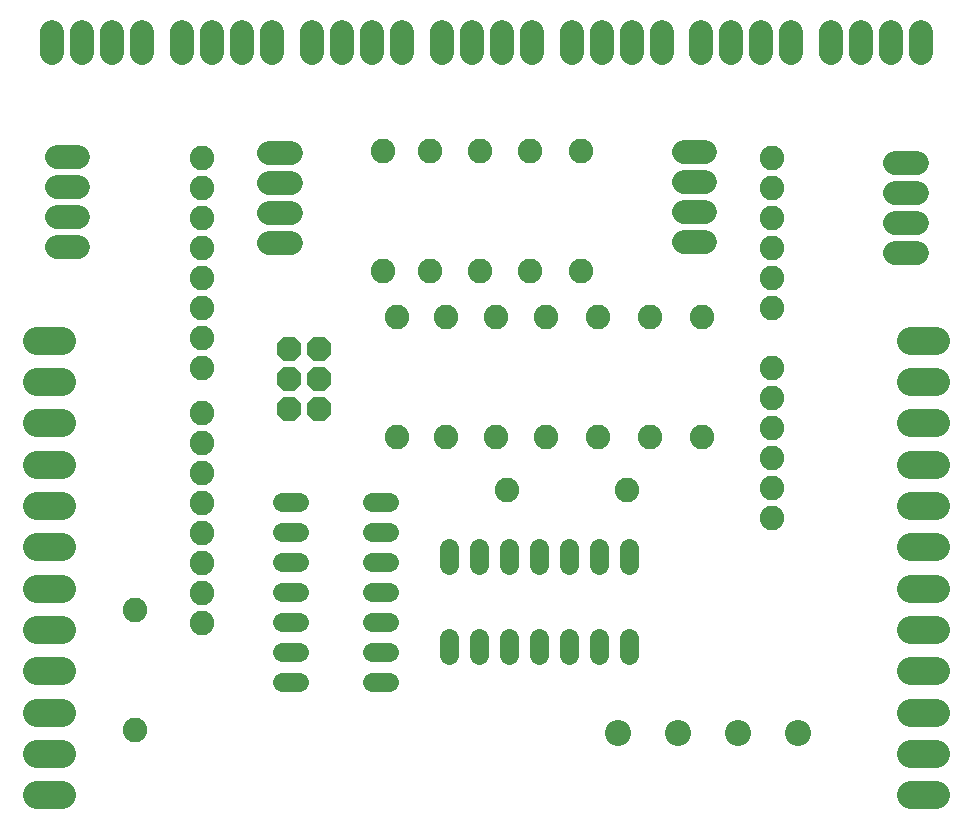
<source format=gbs>
G75*
G70*
%OFA0B0*%
%FSLAX24Y24*%
%IPPOS*%
%LPD*%
%AMOC8*
5,1,8,0,0,1.08239X$1,22.5*
%
%ADD10C,0.0820*%
%ADD11C,0.0792*%
%ADD12C,0.0867*%
%ADD13C,0.0920*%
%ADD14OC8,0.0820*%
%ADD15C,0.0640*%
D10*
X005084Y003457D03*
X007328Y007004D03*
X007328Y008004D03*
X007328Y009004D03*
X007328Y010004D03*
X007328Y011004D03*
X007328Y012004D03*
X007328Y013004D03*
X007328Y014004D03*
X007328Y015504D03*
X007328Y016504D03*
X007328Y017504D03*
X007328Y018504D03*
X007328Y019504D03*
X007328Y020504D03*
X007328Y021504D03*
X007328Y022504D03*
X013352Y022733D03*
X014927Y022733D03*
X016580Y022733D03*
X018273Y022733D03*
X019966Y022733D03*
X019966Y018733D03*
X018273Y018733D03*
X016580Y018733D03*
X014927Y018733D03*
X013352Y018733D03*
X013824Y017221D03*
X015478Y017221D03*
X017131Y017221D03*
X018785Y017221D03*
X020517Y017221D03*
X022249Y017221D03*
X023982Y017221D03*
X026328Y017504D03*
X026328Y018504D03*
X026328Y019504D03*
X026328Y020504D03*
X026328Y021504D03*
X026328Y022504D03*
X026328Y015504D03*
X026328Y014504D03*
X026328Y013504D03*
X026328Y012504D03*
X026328Y011504D03*
X026328Y010504D03*
X023982Y013221D03*
X022249Y013221D03*
X020517Y013221D03*
X018785Y013221D03*
X017131Y013221D03*
X015478Y013221D03*
X013824Y013221D03*
X017494Y011441D03*
X021494Y011441D03*
X005084Y007457D03*
D11*
X003196Y019548D02*
X002484Y019548D01*
X002484Y020548D02*
X003196Y020548D01*
X003196Y021548D02*
X002484Y021548D01*
X002484Y022548D02*
X003196Y022548D01*
X003324Y026006D02*
X003324Y026719D01*
X002324Y026719D02*
X002324Y026006D01*
X004324Y026006D02*
X004324Y026719D01*
X005324Y026719D02*
X005324Y026006D01*
X006655Y026006D02*
X006655Y026719D01*
X007655Y026719D02*
X007655Y026006D01*
X008655Y026006D02*
X008655Y026719D01*
X009655Y026719D02*
X009655Y026006D01*
X010986Y026006D02*
X010986Y026719D01*
X011986Y026719D02*
X011986Y026006D01*
X012986Y026006D02*
X012986Y026719D01*
X013986Y026719D02*
X013986Y026006D01*
X015316Y026006D02*
X015316Y026719D01*
X016316Y026719D02*
X016316Y026006D01*
X017316Y026006D02*
X017316Y026719D01*
X018316Y026719D02*
X018316Y026006D01*
X019647Y026006D02*
X019647Y026719D01*
X020647Y026719D02*
X020647Y026006D01*
X021647Y026006D02*
X021647Y026719D01*
X022647Y026719D02*
X022647Y026006D01*
X023978Y026006D02*
X023978Y026719D01*
X024978Y026719D02*
X024978Y026006D01*
X025978Y026006D02*
X025978Y026719D01*
X026978Y026719D02*
X026978Y026006D01*
X028309Y026006D02*
X028309Y026719D01*
X029309Y026719D02*
X029309Y026006D01*
X030309Y026006D02*
X030309Y026719D01*
X031309Y026719D02*
X031309Y026006D01*
X031149Y022351D02*
X030437Y022351D01*
X030437Y021351D02*
X031149Y021351D01*
X031149Y020351D02*
X030437Y020351D01*
X030437Y019351D02*
X031149Y019351D01*
X024102Y019705D02*
X023389Y019705D01*
X023389Y020705D02*
X024102Y020705D01*
X024102Y021705D02*
X023389Y021705D01*
X023389Y022705D02*
X024102Y022705D01*
X010283Y022666D02*
X009570Y022666D01*
X009570Y021666D02*
X010283Y021666D01*
X010283Y020666D02*
X009570Y020666D01*
X009570Y019666D02*
X010283Y019666D01*
D12*
X021210Y003341D03*
X023210Y003341D03*
X025210Y003341D03*
X027210Y003341D03*
D13*
X002669Y001264D02*
X001829Y001264D01*
X001829Y002642D02*
X002669Y002642D01*
X002669Y004020D02*
X001829Y004020D01*
X001829Y005398D02*
X002669Y005398D01*
X002669Y006776D02*
X001829Y006776D01*
X001829Y008154D02*
X002669Y008154D01*
X002669Y009532D02*
X001829Y009532D01*
X001829Y010910D02*
X002669Y010910D01*
X002669Y012288D02*
X001829Y012288D01*
X001829Y013666D02*
X002669Y013666D01*
X002669Y015044D02*
X001829Y015044D01*
X001829Y016422D02*
X002669Y016422D01*
X030963Y016422D02*
X031803Y016422D01*
X031803Y015044D02*
X030963Y015044D01*
X030963Y013666D02*
X031803Y013666D01*
X031803Y012288D02*
X030963Y012288D01*
X030963Y010910D02*
X031803Y010910D01*
X031803Y009532D02*
X030963Y009532D01*
X030963Y008154D02*
X031803Y008154D01*
X031803Y006776D02*
X030963Y006776D01*
X030963Y005398D02*
X031803Y005398D01*
X031803Y004020D02*
X030963Y004020D01*
X030963Y002642D02*
X031803Y002642D01*
X031803Y001264D02*
X030963Y001264D01*
D14*
X011214Y014142D03*
X010214Y014142D03*
X010214Y015142D03*
X011214Y015142D03*
X011214Y016142D03*
X010214Y016142D03*
D15*
X009997Y011055D02*
X010557Y011055D01*
X010557Y010055D02*
X009997Y010055D01*
X009997Y009055D02*
X010557Y009055D01*
X010557Y008055D02*
X009997Y008055D01*
X009997Y007055D02*
X010557Y007055D01*
X010557Y006055D02*
X009997Y006055D01*
X009997Y005055D02*
X010557Y005055D01*
X012997Y005055D02*
X013557Y005055D01*
X013557Y006055D02*
X012997Y006055D01*
X012997Y007055D02*
X013557Y007055D01*
X013557Y008055D02*
X012997Y008055D01*
X012997Y009055D02*
X013557Y009055D01*
X013557Y010055D02*
X012997Y010055D01*
X012997Y011055D02*
X013557Y011055D01*
X015549Y009520D02*
X015549Y008960D01*
X016549Y008960D02*
X016549Y009520D01*
X017549Y009520D02*
X017549Y008960D01*
X018549Y008960D02*
X018549Y009520D01*
X019549Y009520D02*
X019549Y008960D01*
X020549Y008960D02*
X020549Y009520D01*
X021549Y009520D02*
X021549Y008960D01*
X021549Y006520D02*
X021549Y005960D01*
X020549Y005960D02*
X020549Y006520D01*
X019549Y006520D02*
X019549Y005960D01*
X018549Y005960D02*
X018549Y006520D01*
X017549Y006520D02*
X017549Y005960D01*
X016549Y005960D02*
X016549Y006520D01*
X015549Y006520D02*
X015549Y005960D01*
M02*

</source>
